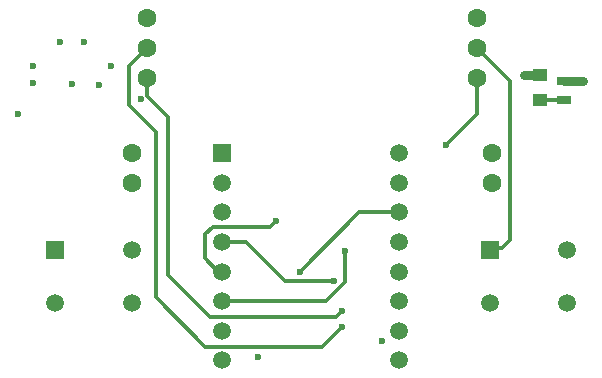
<source format=gtl>
G04*
G04 #@! TF.GenerationSoftware,Altium Limited,Altium Designer,21.7.2 (23)*
G04*
G04 Layer_Physical_Order=1*
G04 Layer_Color=255*
%FSLAX44Y44*%
%MOMM*%
G71*
G04*
G04 #@! TF.SameCoordinates,B2BB7BCA-1F70-4AC3-A92F-25512046CEB7*
G04*
G04*
G04 #@! TF.FilePolarity,Positive*
G04*
G01*
G75*
%ADD13R,1.2000X1.1000*%
%ADD14R,1.3000X0.7000*%
%ADD22C,0.7620*%
%ADD23C,0.3048*%
%ADD24C,1.6000*%
%ADD25C,1.4980*%
%ADD26R,1.4980X1.4980*%
%ADD27R,1.5000X1.5000*%
%ADD28C,1.5000*%
%ADD29C,0.6000*%
D13*
X459740Y269580D02*
D03*
Y248580D02*
D03*
D14*
X480060Y248790D02*
D03*
Y264290D02*
D03*
D22*
X496440D01*
X446110Y269580D02*
X459740D01*
X446024Y269494D02*
X446110Y269580D01*
D23*
X479850Y248580D02*
X480060Y248790D01*
X459740Y248580D02*
X479850D01*
X144780Y100330D02*
X180340Y64770D01*
X144780Y100330D02*
Y233895D01*
X127000Y251675D02*
Y266700D01*
Y251675D02*
X144780Y233895D01*
X111760Y243840D02*
Y276860D01*
X127000Y292100D01*
X111760Y243840D02*
X134620Y220980D01*
Y81280D02*
Y220980D01*
Y81280D02*
X176530Y39370D01*
X417600Y121200D02*
X419477Y123076D01*
X427877D01*
X434340Y129540D01*
Y264160D01*
X406400Y292100D02*
X434340Y264160D01*
X379984Y210058D02*
X406400Y236474D01*
Y266700D01*
X176530Y114300D02*
X187630Y103200D01*
X176530Y134620D02*
X182880Y140970D01*
X176530Y114300D02*
Y134620D01*
X182880Y140970D02*
X231140D01*
X243840Y95250D02*
X285750D01*
X210890Y128200D02*
X243840Y95250D01*
X190500Y128200D02*
X210890D01*
X190500Y78200D02*
X278860D01*
X294640Y93980D01*
X256540Y102870D02*
X306870Y153200D01*
X340500D01*
X180340Y64770D02*
X287020D01*
X292100Y69850D01*
X176530Y39370D02*
X275590D01*
X292100Y55880D01*
X187630Y103200D02*
X190500D01*
X231140Y140970D02*
X236220Y146050D01*
X411634Y127166D02*
X417600Y121200D01*
X294640Y93980D02*
Y120650D01*
D24*
X127000Y317500D02*
D03*
Y292100D02*
D03*
Y266700D02*
D03*
X406400D02*
D03*
Y292100D02*
D03*
Y317500D02*
D03*
X114300Y203200D02*
D03*
Y177800D02*
D03*
X419100Y203200D02*
D03*
Y177800D02*
D03*
D25*
X49300Y76200D02*
D03*
X114300D02*
D03*
Y121200D02*
D03*
X417600Y76200D02*
D03*
X482600D02*
D03*
Y121200D02*
D03*
D26*
X49300D02*
D03*
X417600D02*
D03*
D27*
X190500Y203200D02*
D03*
D28*
Y178200D02*
D03*
Y153200D02*
D03*
Y128200D02*
D03*
Y103200D02*
D03*
Y78200D02*
D03*
Y53200D02*
D03*
Y28200D02*
D03*
X340500D02*
D03*
Y53200D02*
D03*
Y78200D02*
D03*
Y103200D02*
D03*
Y128200D02*
D03*
Y153200D02*
D03*
Y178200D02*
D03*
Y203200D02*
D03*
D29*
X496440Y264290D02*
D03*
X446024Y269494D02*
D03*
X121920Y248920D02*
D03*
X17780Y236220D02*
D03*
X96520Y276860D02*
D03*
X73660Y297180D02*
D03*
X53340D02*
D03*
X63500Y261620D02*
D03*
X86868Y261366D02*
D03*
X30734Y262890D02*
D03*
X30480Y276860D02*
D03*
X379984Y210058D02*
D03*
X256540Y102870D02*
D03*
X236220Y146050D02*
D03*
X292100Y55880D02*
D03*
Y69850D02*
D03*
X294640Y120650D02*
D03*
X326390Y44450D02*
D03*
X220980Y30480D02*
D03*
X285750Y95250D02*
D03*
M02*

</source>
